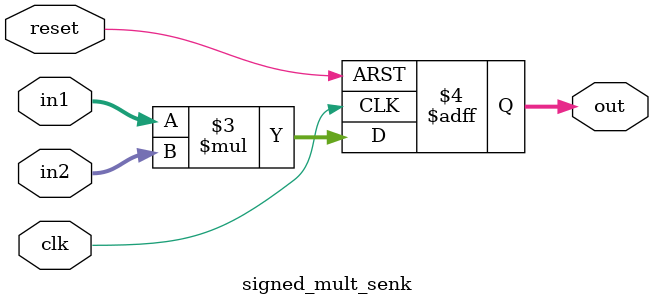
<source format=v>

module signed_mult_senk (in1, in2,clk, reset, out) ;

input clk, reset;
input signed [7:0] in1, in2;
output signed [15:0] out;
reg signed [15:0] out;


always@(posedge clk or negedge reset)
begin
	if(!reset)
		out <= 0;
	else
	begin
		
		out <= (in1 * in2);
	end 
	
end

endmodule

</source>
